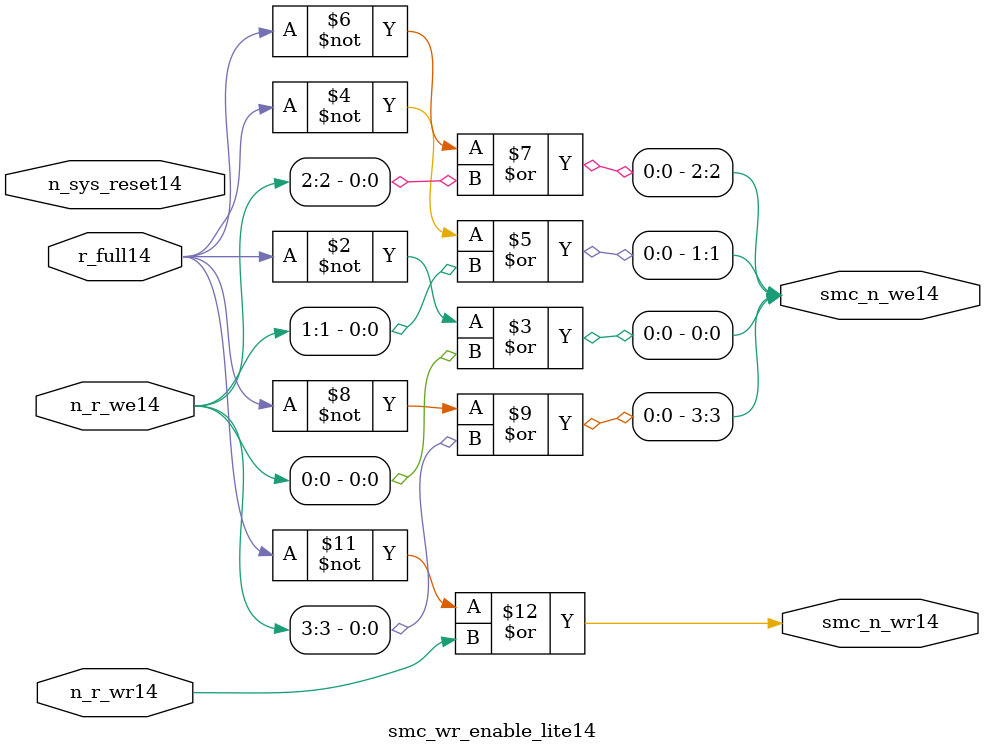
<source format=v>


  module smc_wr_enable_lite14 (

                      //inputs14                      

                      n_sys_reset14,
                      r_full14,
                      n_r_we14,
                      n_r_wr14,

                      //outputs14

                      smc_n_we14,
                      smc_n_wr14);

//I14/O14
   
   input             n_sys_reset14;   //system reset
   input             r_full14;    // Full cycle write strobe14
   input [3:0]       n_r_we14;    //write enable from smc_strobe14
   input             n_r_wr14;    //write strobe14 from smc_strobe14
   output [3:0]      smc_n_we14;  // write enable (active low14)
   output            smc_n_wr14;  // write strobe14 (active low14)
   
   
//output reg declaration14.
   
   reg [3:0]          smc_n_we14;
   reg                smc_n_wr14;

//----------------------------------------------------------------------
// negedge strobes14 with clock14.
//----------------------------------------------------------------------
      

//----------------------------------------------------------------------
      
//--------------------------------------------------------------------
// Gate14 Write strobes14 with clock14.
//--------------------------------------------------------------------

  always @(r_full14 or n_r_we14)
  
  begin
  
     smc_n_we14[0] = ((~r_full14  ) | n_r_we14[0] );

     smc_n_we14[1] = ((~r_full14  ) | n_r_we14[1] );

     smc_n_we14[2] = ((~r_full14  ) | n_r_we14[2] );

     smc_n_we14[3] = ((~r_full14  ) | n_r_we14[3] );

  
  end

//--------------------------------------------------------------------   
//write strobe14 generation14
//--------------------------------------------------------------------   

  always @(n_r_wr14 or r_full14 )
  
     begin
  
        smc_n_wr14 = ((~r_full14 ) | n_r_wr14 );
       
     end

endmodule // smc_wr_enable14


</source>
